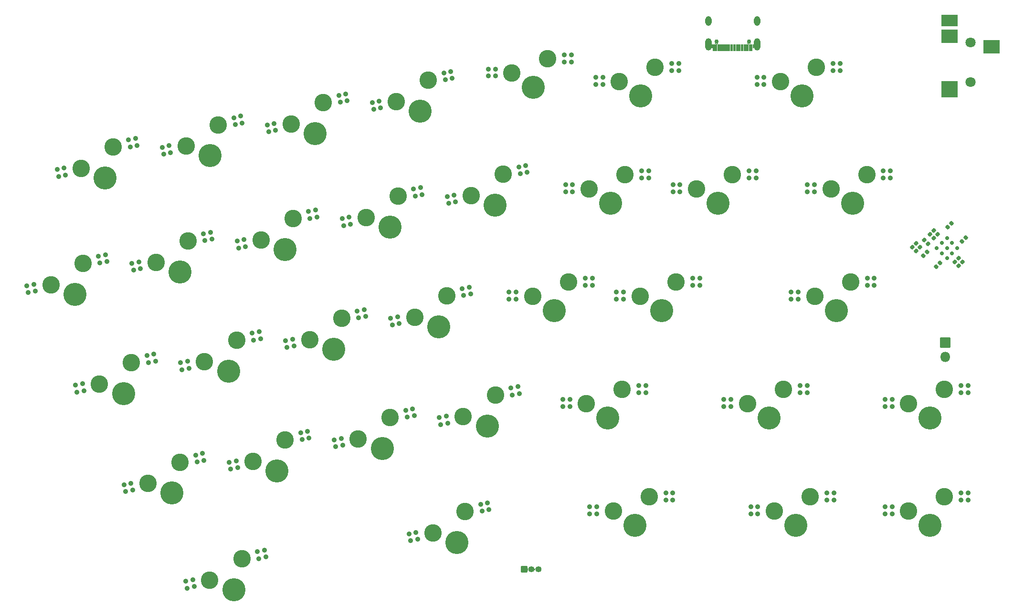
<source format=gts>
G04 #@! TF.GenerationSoftware,KiCad,Pcbnew,(6.0.10)*
G04 #@! TF.CreationDate,2023-01-02T23:24:36+01:00*
G04 #@! TF.ProjectId,arisu,61726973-752e-46b6-9963-61645f706362,1.1*
G04 #@! TF.SameCoordinates,Original*
G04 #@! TF.FileFunction,Soldermask,Top*
G04 #@! TF.FilePolarity,Negative*
%FSLAX46Y46*%
G04 Gerber Fmt 4.6, Leading zero omitted, Abs format (unit mm)*
G04 Created by KiCad (PCBNEW (6.0.10)) date 2023-01-02 23:24:36*
%MOMM*%
%LPD*%
G01*
G04 APERTURE LIST*
G04 Aperture macros list*
%AMRoundRect*
0 Rectangle with rounded corners*
0 $1 Rounding radius*
0 $2 $3 $4 $5 $6 $7 $8 $9 X,Y pos of 4 corners*
0 Add a 4 corners polygon primitive as box body*
4,1,4,$2,$3,$4,$5,$6,$7,$8,$9,$2,$3,0*
0 Add four circle primitives for the rounded corners*
1,1,$1+$1,$2,$3*
1,1,$1+$1,$4,$5*
1,1,$1+$1,$6,$7*
1,1,$1+$1,$8,$9*
0 Add four rect primitives between the rounded corners*
20,1,$1+$1,$2,$3,$4,$5,0*
20,1,$1+$1,$4,$5,$6,$7,0*
20,1,$1+$1,$6,$7,$8,$9,0*
20,1,$1+$1,$8,$9,$2,$3,0*%
G04 Aperture macros list end*
%ADD10C,4.102000*%
%ADD11C,3.102000*%
%ADD12C,0.902000*%
%ADD13RoundRect,0.191000X-0.219203X-0.021213X-0.021213X-0.219203X0.219203X0.021213X0.021213X0.219203X0*%
%ADD14C,1.802000*%
%ADD15RoundRect,0.051000X-1.400000X1.000000X-1.400000X-1.000000X1.400000X-1.000000X1.400000X1.000000X0*%
%ADD16RoundRect,0.051000X-1.400000X1.400000X-1.400000X-1.400000X1.400000X-1.400000X1.400000X1.400000X0*%
%ADD17RoundRect,0.051000X-1.400000X1.100000X-1.400000X-1.100000X1.400000X-1.100000X1.400000X1.100000X0*%
%ADD18RoundRect,0.191000X0.219203X0.021213X0.021213X0.219203X-0.219203X-0.021213X-0.021213X-0.219203X0*%
%ADD19RoundRect,0.051000X0.500000X-0.500000X0.500000X0.500000X-0.500000X0.500000X-0.500000X-0.500000X0*%
%ADD20O,1.102000X1.102000*%
%ADD21RoundRect,0.191000X0.021213X-0.219203X0.219203X-0.021213X-0.021213X0.219203X-0.219203X0.021213X0*%
%ADD22C,0.752000*%
%ADD23RoundRect,0.051000X0.150000X0.575000X-0.150000X0.575000X-0.150000X-0.575000X0.150000X-0.575000X0*%
%ADD24O,1.102000X1.702000*%
%ADD25O,1.102000X2.202000*%
%ADD26RoundRect,0.191000X-0.021213X0.219203X-0.219203X0.021213X0.021213X-0.219203X0.219203X-0.021213X0*%
%ADD27RoundRect,0.051000X-0.850000X-0.850000X0.850000X-0.850000X0.850000X0.850000X-0.850000X0.850000X0*%
%ADD28O,1.802000X1.802000*%
%ADD29C,0.702000*%
G04 APERTURE END LIST*
D10*
X318842515Y-92551695D03*
D11*
X314587677Y-90859344D03*
X320270819Y-87054609D03*
D12*
X323026835Y-85783832D03*
X324509409Y-86746627D03*
X324249519Y-85523942D03*
X323286724Y-87006516D03*
X311824195Y-91998804D03*
X310601511Y-92258693D03*
X311564306Y-90776119D03*
X310341621Y-91036009D03*
D11*
X265438241Y-42879578D03*
X271121383Y-39074843D03*
D10*
X269693079Y-44571929D03*
D12*
X275359973Y-38766861D03*
X274137288Y-39026750D03*
X273877399Y-37804066D03*
X275100083Y-37544176D03*
X261192185Y-43056243D03*
X262414870Y-42796353D03*
X261452075Y-44278927D03*
X262674759Y-44019038D03*
D10*
X288326790Y-40611208D03*
D11*
X289755094Y-35114122D03*
X284071952Y-38918857D03*
D12*
X292770999Y-35066029D03*
X293733794Y-33583455D03*
X292511110Y-33843345D03*
X293993684Y-34806140D03*
X279825896Y-39095522D03*
X280085786Y-40318206D03*
X281308470Y-40058317D03*
X281048581Y-38835632D03*
D11*
X287334846Y-77176509D03*
X293017988Y-73371774D03*
D10*
X291589684Y-78868860D03*
D12*
X295774004Y-72100997D03*
X296033893Y-73323681D03*
X297256578Y-73063792D03*
X296996688Y-71841107D03*
X284571364Y-78315969D03*
X283088790Y-77353174D03*
X283348680Y-78575858D03*
X284311475Y-77093284D03*
D11*
X370944213Y-62990001D03*
X364594213Y-65530001D03*
D10*
X368404213Y-68070001D03*
D12*
X375154213Y-63570001D03*
X375154213Y-62320001D03*
X373904213Y-63570001D03*
X373904213Y-62320001D03*
X361654213Y-66070001D03*
X361654213Y-64820001D03*
X360404213Y-64820001D03*
X360404213Y-66070001D03*
D10*
X281575093Y-100473129D03*
D11*
X283003397Y-94976043D03*
X277320255Y-98780778D03*
D12*
X287241987Y-94668061D03*
X286019302Y-94927950D03*
X285759413Y-93705266D03*
X286982097Y-93445376D03*
X273334089Y-100180127D03*
X273074199Y-98957443D03*
X274556773Y-99920238D03*
X274296884Y-98697553D03*
D10*
X359364216Y-49020000D03*
D11*
X361904216Y-43940000D03*
X355554216Y-46480000D03*
D12*
X366114216Y-43270000D03*
X364864216Y-44520000D03*
X366114216Y-44520000D03*
X364864216Y-43270000D03*
X351364216Y-45770000D03*
X352614216Y-47020000D03*
X352614216Y-45770000D03*
X351364216Y-47020000D03*
D10*
X345674213Y-28469616D03*
D11*
X341864213Y-25929616D03*
X348214213Y-23389616D03*
D12*
X352424213Y-23969616D03*
X352424213Y-22719616D03*
X351174213Y-23969616D03*
X351174213Y-22719616D03*
X337674213Y-26469616D03*
X337674213Y-25219616D03*
X338924213Y-26469616D03*
X338924213Y-25219616D03*
D11*
X311651698Y-69411057D03*
X305968556Y-73215792D03*
D10*
X310223394Y-74908143D03*
D12*
X315630398Y-67880390D03*
X315890288Y-69103075D03*
X314667603Y-69362964D03*
X314407714Y-68140280D03*
X303205074Y-74355252D03*
X301982390Y-74615141D03*
X302945185Y-73132567D03*
X301722500Y-73392457D03*
D11*
X355069232Y-84580000D03*
X361419232Y-82040000D03*
D10*
X358879232Y-87120000D03*
D12*
X364379232Y-82620000D03*
X365629232Y-81370000D03*
X364379232Y-81370000D03*
X365629232Y-82620000D03*
X352129232Y-83870000D03*
X350879232Y-85120000D03*
X350879232Y-83870000D03*
X352129232Y-85120000D03*
D11*
X260082012Y-63493674D03*
D10*
X264336850Y-65186025D03*
D11*
X265765154Y-59688939D03*
D12*
X268781059Y-59640846D03*
X270003744Y-59380957D03*
X269743854Y-58158272D03*
X268521170Y-58418162D03*
X257058641Y-63410449D03*
X256095846Y-64893023D03*
X255835956Y-63670339D03*
X257318530Y-64633134D03*
D11*
X333548418Y-103707941D03*
D10*
X332120114Y-109205027D03*
D11*
X327865276Y-107512676D03*
D12*
X337787008Y-103399959D03*
X337527118Y-102177274D03*
X336304434Y-102437164D03*
X336564323Y-103659848D03*
X325101794Y-108652136D03*
X324841905Y-107429451D03*
X323619220Y-107689341D03*
X323879110Y-108912025D03*
D11*
X321666291Y-47806788D03*
D10*
X320237987Y-53303874D03*
D11*
X315983149Y-51611523D03*
D12*
X324422307Y-46536011D03*
X325644991Y-46276121D03*
X325904881Y-47498806D03*
X324682196Y-47758695D03*
X313219667Y-52750983D03*
X311737093Y-51788188D03*
X312959778Y-51528298D03*
X311996983Y-53010872D03*
D10*
X349354213Y-68070002D03*
D11*
X351894213Y-62990002D03*
X345544213Y-65530002D03*
D12*
X356104213Y-62320002D03*
X354854213Y-62320002D03*
X356104213Y-63570002D03*
X354854213Y-63570002D03*
X342604213Y-66070002D03*
X342604213Y-64820002D03*
X341354213Y-64820002D03*
X341354213Y-66070002D03*
D11*
X284398866Y-55728220D03*
X278715724Y-59532955D03*
D10*
X282970562Y-61225306D03*
D12*
X287154882Y-54457443D03*
X288377566Y-54197553D03*
X287414771Y-55680127D03*
X288637456Y-55420238D03*
X274729558Y-60932304D03*
X274469668Y-59709620D03*
X275692353Y-59449730D03*
X275952242Y-60672415D03*
D11*
X340300002Y-43846069D03*
D10*
X338871698Y-49343155D03*
D11*
X334616860Y-47650804D03*
D12*
X343056018Y-42575292D03*
X343315907Y-43797976D03*
X344278702Y-42315402D03*
X344538592Y-43538087D03*
X331853378Y-48790264D03*
X331593489Y-47567579D03*
X330630694Y-49050153D03*
X330370804Y-47827469D03*
D10*
X325594212Y-32689775D03*
D11*
X327022516Y-27192689D03*
X321339374Y-30997424D03*
D12*
X331001216Y-25662022D03*
X329778532Y-25921912D03*
X331261106Y-26884707D03*
X330038421Y-27144596D03*
X317353208Y-32396773D03*
X318316003Y-30914199D03*
X317093318Y-31174089D03*
X318575892Y-32136884D03*
D10*
X337476226Y-88590979D03*
D11*
X333221388Y-86898628D03*
X338904530Y-83093893D03*
D12*
X342883230Y-81563226D03*
X341920435Y-83045800D03*
X341660546Y-81823116D03*
X343143120Y-82785911D03*
X330457906Y-88038088D03*
X328975332Y-87075293D03*
X330198017Y-86815403D03*
X329235222Y-88297977D03*
D10*
X328857108Y-70947425D03*
D11*
X330285412Y-65450339D03*
X324602270Y-69255074D03*
D12*
X334264112Y-63919672D03*
X334524002Y-65142357D03*
X333041428Y-64179562D03*
X333301317Y-65402246D03*
X320616104Y-70654423D03*
X321578899Y-69171849D03*
X320356214Y-69431739D03*
X321838788Y-70394534D03*
D10*
X306960502Y-36650493D03*
D11*
X302705664Y-34958142D03*
X308388806Y-31153407D03*
D12*
X311144822Y-29882630D03*
X312627396Y-30845425D03*
X312367506Y-29622740D03*
X311404711Y-31105314D03*
X298719498Y-36357491D03*
X298459608Y-35134807D03*
X299682293Y-34874917D03*
X299942182Y-36097602D03*
D11*
X303032578Y-51767506D03*
D10*
X301604274Y-57264592D03*
D11*
X297349436Y-55572241D03*
D12*
X305788594Y-50496729D03*
X307271168Y-51459524D03*
X306048483Y-51719413D03*
X307011278Y-50236839D03*
X293363270Y-56971590D03*
X294585954Y-56711701D03*
X293103380Y-55748906D03*
X294326065Y-55489016D03*
D11*
X274384275Y-77332489D03*
X268701133Y-81137224D03*
D10*
X272955971Y-82829575D03*
D12*
X278362975Y-75801822D03*
X277140291Y-76061712D03*
X278622865Y-77024507D03*
X277400180Y-77284396D03*
X264455077Y-81313889D03*
X265937651Y-82276684D03*
X264714967Y-82536573D03*
X265677762Y-81053999D03*
D11*
X295953967Y-94820062D03*
D10*
X300208805Y-96512413D03*
D11*
X301637109Y-91015327D03*
D12*
X305615809Y-89484660D03*
X304393125Y-89744550D03*
X304653014Y-90967234D03*
X305875699Y-90707345D03*
X293190485Y-95959522D03*
X291707911Y-94996727D03*
X291967801Y-96219411D03*
X292930596Y-94736837D03*
D11*
X380954215Y-43940000D03*
D10*
X378414215Y-49020000D03*
D11*
X374604215Y-46480000D03*
D12*
X383914215Y-43270000D03*
X385164215Y-44520000D03*
X383914215Y-44520000D03*
X385164215Y-43270000D03*
X371664215Y-47020000D03*
X370414215Y-47020000D03*
X371664215Y-45770000D03*
X370414215Y-45770000D03*
D11*
X401900464Y-62990003D03*
X395550464Y-65530003D03*
D10*
X399360464Y-68070003D03*
D12*
X404860464Y-62320003D03*
X404860464Y-63570003D03*
X406110464Y-62320003D03*
X406110464Y-63570003D03*
X391360464Y-64820003D03*
X391360464Y-66070003D03*
X392610464Y-66070003D03*
X392610464Y-64820003D03*
D10*
X402234214Y-49020001D03*
D11*
X398424214Y-46480001D03*
X404774214Y-43940001D03*
D12*
X408984214Y-44520001D03*
X407734214Y-43270001D03*
X407734214Y-44520001D03*
X408984214Y-43270001D03*
X394234214Y-47020001D03*
X394234214Y-45770001D03*
X395484214Y-45770001D03*
X395484214Y-47020001D03*
D11*
X360914212Y-27430003D03*
X367264212Y-24890003D03*
D10*
X364724212Y-29970003D03*
D12*
X370224212Y-25470003D03*
X371474212Y-24220003D03*
X371474212Y-25470003D03*
X370224212Y-24220003D03*
X357974212Y-26720003D03*
X356724212Y-27970003D03*
X356724212Y-26720003D03*
X357974212Y-27970003D03*
D10*
X292523479Y-117621540D03*
D11*
X288268641Y-115929189D03*
X293951783Y-112124454D03*
D12*
X298190373Y-111816472D03*
X296707799Y-110853677D03*
X296967688Y-112076361D03*
X297930483Y-110593787D03*
X285505159Y-117068649D03*
X285245270Y-115845964D03*
X284282475Y-117328538D03*
X284022585Y-116105854D03*
D13*
X416660589Y-53860589D03*
X417339411Y-54539411D03*
D11*
X394756732Y-101090000D03*
X388406732Y-103630000D03*
D10*
X392216732Y-106170000D03*
D12*
X398966732Y-100420000D03*
X398966732Y-101670000D03*
X397716732Y-101670000D03*
X397716732Y-100420000D03*
X385466732Y-104170000D03*
X385466732Y-102920000D03*
X384216732Y-102920000D03*
X384216732Y-104170000D03*
D14*
X423200000Y-27500000D03*
X423200000Y-20500000D03*
D15*
X419500000Y-16600000D03*
D16*
X419500000Y-28800000D03*
D17*
X426900000Y-21300000D03*
X419500000Y-19400000D03*
D18*
X421743572Y-59460732D03*
X421064750Y-58781910D03*
D11*
X418569231Y-82039999D03*
D10*
X416029231Y-87119999D03*
D11*
X412219231Y-84579999D03*
D12*
X421529231Y-82619999D03*
X422779231Y-82619999D03*
X421529231Y-81369999D03*
X422779231Y-81369999D03*
X408029231Y-85119999D03*
X408029231Y-83869999D03*
X409279231Y-85119999D03*
X409279231Y-83869999D03*
D11*
X412219231Y-103630000D03*
D10*
X416029231Y-106170000D03*
D11*
X418569231Y-101090000D03*
D12*
X422779231Y-101670000D03*
X422779231Y-100420000D03*
X421529231Y-100420000D03*
X421529231Y-101670000D03*
X408029231Y-102920000D03*
X409279231Y-104170000D03*
X409279231Y-102920000D03*
X408029231Y-104170000D03*
D13*
X412860589Y-56860589D03*
X413539411Y-57539411D03*
D19*
X344000000Y-114000000D03*
D20*
X345270000Y-114000000D03*
X346540000Y-114000000D03*
D13*
X413560589Y-56160589D03*
X414239411Y-56839411D03*
D21*
X414842211Y-58329363D03*
X415521033Y-57650541D03*
D13*
X415964026Y-54569918D03*
X416642848Y-55248740D03*
D22*
X378110000Y-20360021D03*
X383890000Y-20360021D03*
D23*
X384350000Y-21425021D03*
X383550000Y-21425021D03*
X382250000Y-21425021D03*
X381250000Y-21425021D03*
X380750000Y-21425021D03*
X379750000Y-21425021D03*
X378450000Y-21425021D03*
X377650000Y-21425021D03*
X377950000Y-21425021D03*
X378750000Y-21425021D03*
X379250000Y-21425021D03*
X380250000Y-21425021D03*
X381750000Y-21425021D03*
X382750000Y-21425021D03*
X383250000Y-21425021D03*
X384050000Y-21425021D03*
D24*
X376680000Y-16680021D03*
D25*
X376680000Y-20860021D03*
X385320000Y-20860021D03*
D24*
X385320000Y-16680021D03*
D10*
X393299213Y-29970001D03*
D11*
X395839213Y-24890001D03*
X389489213Y-27430001D03*
D12*
X398799213Y-24220001D03*
X400049213Y-25470001D03*
X398799213Y-25470001D03*
X400049213Y-24220001D03*
X386549213Y-26720001D03*
X386549213Y-27970001D03*
X385299213Y-27970001D03*
X385299213Y-26720001D03*
D10*
X387454234Y-87119999D03*
D11*
X389994234Y-82039999D03*
X383644234Y-84579999D03*
D12*
X394204234Y-82619999D03*
X392954234Y-81369999D03*
X392954234Y-82619999D03*
X394204234Y-81369999D03*
X380704234Y-83869999D03*
X379454234Y-83869999D03*
X380704234Y-85119999D03*
X379454234Y-85119999D03*
D21*
X417104954Y-60309260D03*
X417783776Y-59630438D03*
D26*
X419763674Y-52559370D03*
X419084852Y-53238192D03*
D18*
X421036467Y-60167838D03*
X420357645Y-59489016D03*
D11*
X366181733Y-101090001D03*
X359831733Y-103630001D03*
D10*
X363641733Y-106170001D03*
D12*
X369141733Y-100420001D03*
X370391733Y-100420001D03*
X370391733Y-101670001D03*
X369141733Y-101670001D03*
X356891733Y-104170001D03*
X355641733Y-102920001D03*
X355641733Y-104170001D03*
X356891733Y-102920001D03*
D27*
X418689999Y-73725001D03*
D28*
X418689999Y-76265001D03*
D13*
X414983632Y-55529218D03*
X415662454Y-56208040D03*
D26*
X422309258Y-55104956D03*
X421630436Y-55783778D03*
D29*
X420803122Y-57000000D03*
X417196878Y-57000000D03*
X419901561Y-56098439D03*
X419901561Y-57901561D03*
X418098439Y-57901561D03*
X419000000Y-55196878D03*
X418098439Y-56098439D03*
X419000000Y-57000000D03*
X419000000Y-58803122D03*
G36*
X344552919Y-113677494D02*
G01*
X344572595Y-113744506D01*
X344624938Y-113789861D01*
X344693491Y-113799718D01*
X344756647Y-113770875D01*
X344776702Y-113748677D01*
X344786422Y-113734846D01*
X344788236Y-113734004D01*
X344789872Y-113735154D01*
X344789906Y-113736761D01*
X344739724Y-113857913D01*
X344721017Y-114000000D01*
X344739724Y-114142087D01*
X344787659Y-114257814D01*
X344787398Y-114259797D01*
X344785550Y-114260562D01*
X344784151Y-114259694D01*
X344778251Y-114250913D01*
X344724761Y-114206448D01*
X344656020Y-114197997D01*
X344593623Y-114228051D01*
X344557294Y-114287209D01*
X344552982Y-114319541D01*
X344551762Y-114321126D01*
X344549780Y-114320862D01*
X344549000Y-114319277D01*
X344549000Y-113678057D01*
X344550000Y-113676325D01*
X344552000Y-113676325D01*
X344552919Y-113677494D01*
G37*
G36*
X345792126Y-113827952D02*
G01*
X345831629Y-113880254D01*
X345896626Y-113904179D01*
X345964236Y-113889167D01*
X346012969Y-113840016D01*
X346014898Y-113839490D01*
X346016319Y-113840898D01*
X346016237Y-113842189D01*
X346009724Y-113857913D01*
X345991017Y-114000000D01*
X346009724Y-114142087D01*
X346021686Y-114170967D01*
X346021425Y-114172950D01*
X346019577Y-114173715D01*
X346018230Y-114172921D01*
X345979662Y-114120731D01*
X345914921Y-114096125D01*
X345847156Y-114110428D01*
X345797713Y-114159262D01*
X345795980Y-114162906D01*
X345794333Y-114164041D01*
X345792527Y-114163182D01*
X345792326Y-114161282D01*
X345800276Y-114142087D01*
X345818983Y-114000000D01*
X345800276Y-113857913D01*
X345788682Y-113829922D01*
X345788943Y-113827939D01*
X345790791Y-113827174D01*
X345792126Y-113827952D01*
G37*
G36*
X382064633Y-20813538D02*
G01*
X382065197Y-20815457D01*
X382064916Y-20816096D01*
X382054767Y-20831284D01*
X382051000Y-20850220D01*
X382051000Y-21999822D01*
X382054767Y-22018759D01*
X382064814Y-22033794D01*
X382064945Y-22035789D01*
X382063282Y-22036901D01*
X382062553Y-22036814D01*
X382002212Y-22017919D01*
X381937310Y-22036976D01*
X381935367Y-22036504D01*
X381934803Y-22034585D01*
X381935084Y-22033946D01*
X381945233Y-22018758D01*
X381949000Y-21999822D01*
X381949000Y-20850220D01*
X381945233Y-20831283D01*
X381935186Y-20816248D01*
X381935055Y-20814253D01*
X381936718Y-20813141D01*
X381937447Y-20813228D01*
X381997788Y-20832123D01*
X382062690Y-20813066D01*
X382064633Y-20813538D01*
G37*
G36*
X380564633Y-20813538D02*
G01*
X380565197Y-20815457D01*
X380564916Y-20816096D01*
X380554767Y-20831284D01*
X380551000Y-20850220D01*
X380551000Y-21999822D01*
X380554767Y-22018759D01*
X380564814Y-22033794D01*
X380564945Y-22035789D01*
X380563282Y-22036901D01*
X380562553Y-22036814D01*
X380502212Y-22017919D01*
X380437310Y-22036976D01*
X380435367Y-22036504D01*
X380434803Y-22034585D01*
X380435084Y-22033946D01*
X380445233Y-22018758D01*
X380449000Y-21999822D01*
X380449000Y-20850220D01*
X380445233Y-20831283D01*
X380435186Y-20816248D01*
X380435055Y-20814253D01*
X380436718Y-20813141D01*
X380437447Y-20813228D01*
X380497788Y-20832123D01*
X380562690Y-20813066D01*
X380564633Y-20813538D01*
G37*
G36*
X380064633Y-20813538D02*
G01*
X380065197Y-20815457D01*
X380064916Y-20816096D01*
X380054767Y-20831284D01*
X380051000Y-20850220D01*
X380051000Y-21999822D01*
X380054767Y-22018759D01*
X380064814Y-22033794D01*
X380064945Y-22035789D01*
X380063282Y-22036901D01*
X380062553Y-22036814D01*
X380002212Y-22017919D01*
X379937310Y-22036976D01*
X379935367Y-22036504D01*
X379934803Y-22034585D01*
X379935084Y-22033946D01*
X379945233Y-22018758D01*
X379949000Y-21999822D01*
X379949000Y-20850220D01*
X379945233Y-20831283D01*
X379935186Y-20816248D01*
X379935055Y-20814253D01*
X379936718Y-20813141D01*
X379937447Y-20813228D01*
X379997788Y-20832123D01*
X380062690Y-20813066D01*
X380064633Y-20813538D01*
G37*
G36*
X381064633Y-20813538D02*
G01*
X381065197Y-20815457D01*
X381064916Y-20816096D01*
X381054767Y-20831284D01*
X381051000Y-20850220D01*
X381051000Y-21999822D01*
X381054767Y-22018759D01*
X381064814Y-22033794D01*
X381064945Y-22035789D01*
X381063282Y-22036901D01*
X381062553Y-22036814D01*
X381002212Y-22017919D01*
X380937310Y-22036976D01*
X380935367Y-22036504D01*
X380934803Y-22034585D01*
X380935084Y-22033946D01*
X380945233Y-22018758D01*
X380949000Y-21999822D01*
X380949000Y-20850220D01*
X380945233Y-20831283D01*
X380935186Y-20816248D01*
X380935055Y-20814253D01*
X380936718Y-20813141D01*
X380937447Y-20813228D01*
X380997788Y-20832123D01*
X381062690Y-20813066D01*
X381064633Y-20813538D01*
G37*
G36*
X379564633Y-20813538D02*
G01*
X379565197Y-20815457D01*
X379564916Y-20816096D01*
X379554767Y-20831284D01*
X379551000Y-20850220D01*
X379551000Y-21999822D01*
X379554767Y-22018759D01*
X379564814Y-22033794D01*
X379564945Y-22035789D01*
X379563282Y-22036901D01*
X379562553Y-22036814D01*
X379502212Y-22017919D01*
X379437310Y-22036976D01*
X379435367Y-22036504D01*
X379434803Y-22034585D01*
X379435084Y-22033946D01*
X379445233Y-22018758D01*
X379449000Y-21999822D01*
X379449000Y-20850220D01*
X379445233Y-20831283D01*
X379435186Y-20816248D01*
X379435055Y-20814253D01*
X379436718Y-20813141D01*
X379437447Y-20813228D01*
X379497788Y-20832123D01*
X379562690Y-20813066D01*
X379564633Y-20813538D01*
G37*
G36*
X383064633Y-20813538D02*
G01*
X383065197Y-20815457D01*
X383064916Y-20816096D01*
X383054767Y-20831284D01*
X383051000Y-20850220D01*
X383051000Y-21999822D01*
X383054767Y-22018759D01*
X383064814Y-22033794D01*
X383064945Y-22035789D01*
X383063282Y-22036901D01*
X383062553Y-22036814D01*
X383002212Y-22017919D01*
X382937310Y-22036976D01*
X382935367Y-22036504D01*
X382934803Y-22034585D01*
X382935084Y-22033946D01*
X382945233Y-22018758D01*
X382949000Y-21999822D01*
X382949000Y-20850220D01*
X382945233Y-20831283D01*
X382935186Y-20816248D01*
X382935055Y-20814253D01*
X382936718Y-20813141D01*
X382937447Y-20813228D01*
X382997788Y-20832123D01*
X383062690Y-20813066D01*
X383064633Y-20813538D01*
G37*
G36*
X381564633Y-20813538D02*
G01*
X381565197Y-20815457D01*
X381564916Y-20816096D01*
X381554767Y-20831284D01*
X381551000Y-20850220D01*
X381551000Y-21999822D01*
X381554767Y-22018759D01*
X381564814Y-22033794D01*
X381564945Y-22035789D01*
X381563282Y-22036901D01*
X381562553Y-22036814D01*
X381502212Y-22017919D01*
X381437310Y-22036976D01*
X381435367Y-22036504D01*
X381434803Y-22034585D01*
X381435084Y-22033946D01*
X381445233Y-22018758D01*
X381449000Y-21999822D01*
X381449000Y-20850220D01*
X381445233Y-20831283D01*
X381435186Y-20816248D01*
X381435055Y-20814253D01*
X381436718Y-20813141D01*
X381437447Y-20813228D01*
X381497788Y-20832123D01*
X381562690Y-20813066D01*
X381564633Y-20813538D01*
G37*
G36*
X378401127Y-20595505D02*
G01*
X378400996Y-20596893D01*
X378373455Y-20653899D01*
X378381824Y-20722648D01*
X378426028Y-20775952D01*
X378495295Y-20797108D01*
X378496660Y-20798571D01*
X378496075Y-20800483D01*
X378494711Y-20801021D01*
X378300199Y-20801021D01*
X378281262Y-20804788D01*
X378265380Y-20815401D01*
X378254767Y-20831283D01*
X378251000Y-20850220D01*
X378251000Y-21999822D01*
X378254767Y-22018759D01*
X378264814Y-22033794D01*
X378264945Y-22035789D01*
X378263282Y-22036901D01*
X378262553Y-22036814D01*
X378202212Y-22017919D01*
X378137310Y-22036976D01*
X378135367Y-22036504D01*
X378134803Y-22034585D01*
X378135084Y-22033946D01*
X378145233Y-22018758D01*
X378149000Y-21999822D01*
X378149000Y-20850220D01*
X378145233Y-20831283D01*
X378134620Y-20815401D01*
X378118738Y-20804788D01*
X378099801Y-20801021D01*
X377726069Y-20801021D01*
X377724337Y-20800021D01*
X377724337Y-20798021D01*
X377725506Y-20797102D01*
X377792520Y-20777425D01*
X377837875Y-20725082D01*
X377847733Y-20656519D01*
X377822667Y-20600527D01*
X377822872Y-20598538D01*
X377824697Y-20597721D01*
X377825906Y-20598296D01*
X377890182Y-20662572D01*
X377994437Y-20715693D01*
X378110000Y-20733996D01*
X378225563Y-20715693D01*
X378329818Y-20662572D01*
X378397781Y-20594609D01*
X378399713Y-20594091D01*
X378401127Y-20595505D01*
G37*
G36*
X384181126Y-20595506D02*
G01*
X384180995Y-20596894D01*
X384153454Y-20653900D01*
X384161823Y-20722650D01*
X384206026Y-20775952D01*
X384275292Y-20797108D01*
X384276657Y-20798571D01*
X384276072Y-20800483D01*
X384274708Y-20801021D01*
X383900199Y-20801021D01*
X383881262Y-20804788D01*
X383865380Y-20815401D01*
X383854767Y-20831283D01*
X383851000Y-20850220D01*
X383851000Y-21999822D01*
X383854767Y-22018759D01*
X383864814Y-22033794D01*
X383864945Y-22035789D01*
X383863282Y-22036901D01*
X383862553Y-22036814D01*
X383802212Y-22017919D01*
X383737310Y-22036976D01*
X383735367Y-22036504D01*
X383734803Y-22034585D01*
X383735084Y-22033946D01*
X383745233Y-22018758D01*
X383749000Y-21999822D01*
X383749000Y-20850220D01*
X383745233Y-20831283D01*
X383734620Y-20815401D01*
X383718738Y-20804788D01*
X383699801Y-20801021D01*
X383506072Y-20801021D01*
X383504340Y-20800021D01*
X383504340Y-20798021D01*
X383505509Y-20797102D01*
X383572521Y-20777426D01*
X383617876Y-20725083D01*
X383627734Y-20656521D01*
X383602668Y-20600528D01*
X383602873Y-20598539D01*
X383604698Y-20597722D01*
X383605907Y-20598297D01*
X383670182Y-20662572D01*
X383774437Y-20715693D01*
X383890000Y-20733996D01*
X384005563Y-20715693D01*
X384109818Y-20662572D01*
X384177780Y-20594610D01*
X384179712Y-20594092D01*
X384181126Y-20595506D01*
G37*
G36*
X382564633Y-20813538D02*
G01*
X382565197Y-20815457D01*
X382564916Y-20816096D01*
X382554767Y-20831284D01*
X382551000Y-20850220D01*
X382551000Y-21999822D01*
X382554767Y-22018759D01*
X382564814Y-22033794D01*
X382564945Y-22035789D01*
X382563282Y-22036901D01*
X382562553Y-22036814D01*
X382502212Y-22017919D01*
X382437310Y-22036976D01*
X382435367Y-22036504D01*
X382434803Y-22034585D01*
X382435084Y-22033946D01*
X382445233Y-22018758D01*
X382449000Y-21999822D01*
X382449000Y-20850220D01*
X382445233Y-20831283D01*
X382435186Y-20816248D01*
X382435055Y-20814253D01*
X382436718Y-20813141D01*
X382437447Y-20813228D01*
X382497788Y-20832123D01*
X382562690Y-20813066D01*
X382564633Y-20813538D01*
G37*
G36*
X379064633Y-20813538D02*
G01*
X379065197Y-20815457D01*
X379064916Y-20816096D01*
X379054767Y-20831284D01*
X379051000Y-20850220D01*
X379051000Y-21999822D01*
X379054767Y-22018759D01*
X379064814Y-22033794D01*
X379064945Y-22035789D01*
X379063282Y-22036901D01*
X379062553Y-22036814D01*
X379002212Y-22017919D01*
X378937310Y-22036976D01*
X378935367Y-22036504D01*
X378934803Y-22034585D01*
X378935084Y-22033946D01*
X378945233Y-22018758D01*
X378949000Y-21999822D01*
X378949000Y-20850220D01*
X378945233Y-20831283D01*
X378935186Y-20816248D01*
X378935055Y-20814253D01*
X378936718Y-20813141D01*
X378937447Y-20813228D01*
X378997788Y-20832123D01*
X379062690Y-20813066D01*
X379064633Y-20813538D01*
G37*
G36*
X377232919Y-20754268D02*
G01*
X377252596Y-20821283D01*
X377304939Y-20866638D01*
X377373492Y-20876495D01*
X377436637Y-20847657D01*
X377450929Y-20831458D01*
X377452825Y-20830821D01*
X377454325Y-20832144D01*
X377454391Y-20833171D01*
X377451000Y-20850220D01*
X377451000Y-21605728D01*
X377450000Y-21607460D01*
X377448000Y-21607460D01*
X377447081Y-21606291D01*
X377427405Y-21539279D01*
X377375062Y-21493924D01*
X377306509Y-21484067D01*
X377243468Y-21512857D01*
X377209317Y-21561279D01*
X377198673Y-21588577D01*
X377197112Y-21589827D01*
X377195249Y-21589100D01*
X377194889Y-21587292D01*
X377223109Y-21490157D01*
X377229000Y-21409943D01*
X377229000Y-20754831D01*
X377230000Y-20753099D01*
X377232000Y-20753099D01*
X377232919Y-20754268D01*
G37*
G36*
X384770222Y-20753248D02*
G01*
X384771000Y-20754831D01*
X384771000Y-21409889D01*
X384790796Y-21554407D01*
X384790041Y-21556258D01*
X384788059Y-21556530D01*
X384787219Y-21555883D01*
X384749238Y-21505596D01*
X384684242Y-21481670D01*
X384616631Y-21496682D01*
X384567840Y-21545893D01*
X384552939Y-21604799D01*
X384551545Y-21606233D01*
X384549606Y-21605743D01*
X384549000Y-21604309D01*
X384549000Y-20850220D01*
X384545233Y-20831283D01*
X384544948Y-20830856D01*
X384544817Y-20828860D01*
X384546480Y-20827749D01*
X384547894Y-20828210D01*
X384594947Y-20867532D01*
X384663662Y-20876163D01*
X384726137Y-20846273D01*
X384762621Y-20787211D01*
X384767018Y-20754564D01*
X384768240Y-20752981D01*
X384770222Y-20753248D01*
G37*
M02*

</source>
